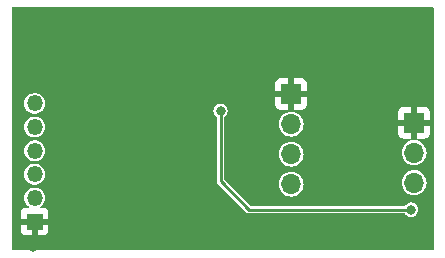
<source format=gbr>
%TF.GenerationSoftware,KiCad,Pcbnew,7.0.6-1.fc38*%
%TF.CreationDate,2023-08-14T18:07:14+02:00*%
%TF.ProjectId,ESP12F_INSPIRE_WIFI,45535031-3246-45f4-994e-53504952455f,rev?*%
%TF.SameCoordinates,Original*%
%TF.FileFunction,Copper,L2,Bot*%
%TF.FilePolarity,Positive*%
%FSLAX46Y46*%
G04 Gerber Fmt 4.6, Leading zero omitted, Abs format (unit mm)*
G04 Created by KiCad (PCBNEW 7.0.6-1.fc38) date 2023-08-14 18:07:14*
%MOMM*%
%LPD*%
G01*
G04 APERTURE LIST*
%TA.AperFunction,ComponentPad*%
%ADD10R,1.700000X1.700000*%
%TD*%
%TA.AperFunction,ComponentPad*%
%ADD11O,1.700000X1.700000*%
%TD*%
%TA.AperFunction,ComponentPad*%
%ADD12R,1.350000X1.350000*%
%TD*%
%TA.AperFunction,ComponentPad*%
%ADD13O,1.350000X1.350000*%
%TD*%
%TA.AperFunction,ViaPad*%
%ADD14C,0.800000*%
%TD*%
%TA.AperFunction,Conductor*%
%ADD15C,0.250000*%
%TD*%
G04 APERTURE END LIST*
D10*
%TO.P,J3,1,Pin_1*%
%TO.N,GND*%
X135636000Y-71755000D03*
D11*
%TO.P,J3,2,Pin_2*%
%TO.N,3V3*%
X135636000Y-74295000D03*
%TO.P,J3,3,Pin_3*%
%TO.N,SW_SIG*%
X135636000Y-76835000D03*
%TD*%
D12*
%TO.P,J2,1,Pin_1*%
%TO.N,GND*%
X103505000Y-80136000D03*
D13*
%TO.P,J2,2,Pin_2*%
%TO.N,TXD*%
X103505000Y-78136000D03*
%TO.P,J2,3,Pin_3*%
%TO.N,RXD*%
X103505000Y-76136000D03*
%TO.P,J2,4,Pin_4*%
%TO.N,PRG*%
X103505000Y-74136000D03*
%TO.P,J2,5,Pin_5*%
%TO.N,RST*%
X103505000Y-72136000D03*
%TO.P,J2,6,Pin_6*%
%TO.N,3V3*%
X103505000Y-70136000D03*
%TD*%
D10*
%TO.P,J1,1,Pin_1*%
%TO.N,GND*%
X125222000Y-69342000D03*
D11*
%TO.P,J1,2,Pin_2*%
%TO.N,3V3*%
X125222000Y-71882000D03*
%TO.P,J1,3,Pin_3*%
%TO.N,PWM1*%
X125222000Y-74422000D03*
%TO.P,J1,4,Pin_4*%
%TO.N,PWM2*%
X125222000Y-76962000D03*
%TD*%
D14*
%TO.N,GND*%
X114554000Y-63246000D03*
X103378000Y-82296000D03*
X106680000Y-64008000D03*
X123444000Y-64008000D03*
X112522000Y-81788000D03*
X109220000Y-68580000D03*
X119126000Y-69088000D03*
X112522000Y-68834000D03*
%TO.N,SW_SIG*%
X135382000Y-79121000D03*
X119253000Y-70739000D03*
%TD*%
D15*
%TO.N,GND*%
X119380000Y-64225000D02*
X119380000Y-68834000D01*
X103378000Y-82296000D02*
X106307222Y-82296000D01*
X103632000Y-82296000D02*
X103378000Y-82296000D01*
X112051000Y-64696000D02*
X112051000Y-68617000D01*
X106307222Y-82296000D02*
X106815222Y-81788000D01*
X112522000Y-64225000D02*
X112051000Y-64696000D01*
X114554000Y-64225000D02*
X112522000Y-64225000D01*
X109220000Y-68580000D02*
X109220000Y-68326000D01*
X109220000Y-64225000D02*
X106897000Y-64225000D01*
X114554000Y-64225000D02*
X114554000Y-63246000D01*
X106680000Y-64008000D02*
X106684652Y-64012652D01*
X109220000Y-64225000D02*
X109220000Y-68580000D01*
X106815222Y-81788000D02*
X112305000Y-81788000D01*
X106680000Y-81923222D02*
X106680000Y-64008000D01*
X114554000Y-63246000D02*
X114554000Y-63500000D01*
X112051000Y-68617000D02*
X112263348Y-68829348D01*
X106897000Y-64225000D02*
X106680000Y-64008000D01*
X119380000Y-68834000D02*
X119126000Y-69088000D01*
X123444000Y-64008000D02*
X123227000Y-64225000D01*
X123227000Y-64225000D02*
X119380000Y-64225000D01*
X119380000Y-64225000D02*
X114554000Y-64225000D01*
X112522000Y-64225000D02*
X109220000Y-64225000D01*
X106307222Y-82296000D02*
X106680000Y-81923222D01*
%TO.N,SW_SIG*%
X119253000Y-76708000D02*
X119253000Y-70739000D01*
X121666000Y-79121000D02*
X119253000Y-76708000D01*
X135382000Y-79121000D02*
X121666000Y-79121000D01*
%TD*%
%TA.AperFunction,Conductor*%
%TO.N,GND*%
G36*
X137269219Y-61993781D02*
G01*
X137286500Y-62035500D01*
X137286500Y-82491000D01*
X137269219Y-82532719D01*
X137227500Y-82550000D01*
X101659500Y-82550000D01*
X101617781Y-82532719D01*
X101600500Y-82491000D01*
X101600500Y-80858835D01*
X102330000Y-80858835D01*
X102336402Y-80918375D01*
X102336403Y-80918381D01*
X102386647Y-81053090D01*
X102472811Y-81168188D01*
X102587909Y-81254352D01*
X102722618Y-81304596D01*
X102722624Y-81304597D01*
X102782164Y-81310999D01*
X102782178Y-81311000D01*
X103255000Y-81311000D01*
X103255000Y-80451686D01*
X103266955Y-80463641D01*
X103379852Y-80521165D01*
X103473519Y-80536000D01*
X103536481Y-80536000D01*
X103630148Y-80521165D01*
X103743045Y-80463641D01*
X103755000Y-80451686D01*
X103755000Y-81311000D01*
X104227822Y-81311000D01*
X104227835Y-81310999D01*
X104287375Y-81304597D01*
X104287381Y-81304596D01*
X104422090Y-81254352D01*
X104537188Y-81168188D01*
X104623352Y-81053090D01*
X104673596Y-80918381D01*
X104673597Y-80918375D01*
X104679999Y-80858835D01*
X104680000Y-80858821D01*
X104680000Y-80386000D01*
X103820686Y-80386000D01*
X103832641Y-80374045D01*
X103890165Y-80261148D01*
X103909986Y-80136000D01*
X103890165Y-80010852D01*
X103832641Y-79897955D01*
X103820686Y-79886000D01*
X104680000Y-79886000D01*
X104680000Y-79413178D01*
X104679999Y-79413164D01*
X104673597Y-79353624D01*
X104673596Y-79353618D01*
X104623352Y-79218909D01*
X104537188Y-79103811D01*
X104422090Y-79017647D01*
X104287381Y-78967403D01*
X104287375Y-78967402D01*
X104227835Y-78961000D01*
X104040557Y-78961000D01*
X103998838Y-78943719D01*
X103981557Y-78902000D01*
X103998838Y-78860281D01*
X104005878Y-78854268D01*
X104055577Y-78818159D01*
X104094050Y-78790207D01*
X104217195Y-78653440D01*
X104309214Y-78494059D01*
X104366085Y-78319029D01*
X104385322Y-78136000D01*
X104366085Y-77952971D01*
X104366085Y-77952969D01*
X104309217Y-77777948D01*
X104309215Y-77777944D01*
X104309214Y-77777941D01*
X104217195Y-77618560D01*
X104094050Y-77481793D01*
X104094048Y-77481792D01*
X104094046Y-77481789D01*
X104094044Y-77481788D01*
X103945163Y-77373620D01*
X103945152Y-77373614D01*
X103777038Y-77298765D01*
X103777037Y-77298764D01*
X103597019Y-77260500D01*
X103412981Y-77260500D01*
X103232962Y-77298764D01*
X103232961Y-77298765D01*
X103064847Y-77373614D01*
X103064836Y-77373620D01*
X102915955Y-77481788D01*
X102915953Y-77481789D01*
X102792804Y-77618560D01*
X102792804Y-77618561D01*
X102700787Y-77777939D01*
X102700782Y-77777948D01*
X102643914Y-77952969D01*
X102624678Y-78136000D01*
X102643914Y-78319030D01*
X102700782Y-78494051D01*
X102700785Y-78494057D01*
X102700786Y-78494059D01*
X102759909Y-78596463D01*
X102792804Y-78653438D01*
X102792804Y-78653439D01*
X102915953Y-78790210D01*
X102915955Y-78790211D01*
X103004122Y-78854268D01*
X103027717Y-78892770D01*
X103017175Y-78936679D01*
X102978673Y-78960274D01*
X102969443Y-78961000D01*
X102782164Y-78961000D01*
X102722624Y-78967402D01*
X102722618Y-78967403D01*
X102587909Y-79017647D01*
X102472811Y-79103811D01*
X102386647Y-79218909D01*
X102336403Y-79353618D01*
X102336402Y-79353624D01*
X102330000Y-79413164D01*
X102330000Y-79886000D01*
X103189314Y-79886000D01*
X103177359Y-79897955D01*
X103119835Y-80010852D01*
X103100014Y-80136000D01*
X103119835Y-80261148D01*
X103177359Y-80374045D01*
X103189314Y-80386000D01*
X102330000Y-80386000D01*
X102330000Y-80858835D01*
X101600500Y-80858835D01*
X101600500Y-76135999D01*
X102624678Y-76135999D01*
X102643914Y-76319030D01*
X102700782Y-76494051D01*
X102700785Y-76494057D01*
X102700786Y-76494059D01*
X102792805Y-76653440D01*
X102885209Y-76756066D01*
X102915953Y-76790210D01*
X102915955Y-76790211D01*
X103042288Y-76881997D01*
X103064839Y-76898381D01*
X103064842Y-76898382D01*
X103064847Y-76898385D01*
X103232961Y-76973234D01*
X103232962Y-76973235D01*
X103232965Y-76973235D01*
X103232966Y-76973236D01*
X103412981Y-77011500D01*
X103597019Y-77011500D01*
X103777034Y-76973236D01*
X103777035Y-76973235D01*
X103777037Y-76973235D01*
X103777038Y-76973234D01*
X103802273Y-76961999D01*
X103945161Y-76898381D01*
X104094050Y-76790207D01*
X104217195Y-76653440D01*
X104309214Y-76494059D01*
X104329689Y-76431046D01*
X104366085Y-76319030D01*
X104373492Y-76248551D01*
X104385322Y-76136000D01*
X104366542Y-75957315D01*
X104366085Y-75952969D01*
X104309217Y-75777948D01*
X104309215Y-75777944D01*
X104309214Y-75777941D01*
X104217195Y-75618560D01*
X104094050Y-75481793D01*
X104094048Y-75481792D01*
X104094046Y-75481789D01*
X104094044Y-75481788D01*
X103945163Y-75373620D01*
X103945152Y-75373614D01*
X103777038Y-75298765D01*
X103777037Y-75298764D01*
X103597019Y-75260500D01*
X103412981Y-75260500D01*
X103232962Y-75298764D01*
X103232961Y-75298765D01*
X103064847Y-75373614D01*
X103064836Y-75373620D01*
X102915955Y-75481788D01*
X102915953Y-75481789D01*
X102792804Y-75618560D01*
X102792804Y-75618561D01*
X102700787Y-75777939D01*
X102700782Y-75777948D01*
X102643914Y-75952969D01*
X102624678Y-76135999D01*
X101600500Y-76135999D01*
X101600500Y-74136000D01*
X102624678Y-74136000D01*
X102643914Y-74319030D01*
X102700782Y-74494051D01*
X102700785Y-74494057D01*
X102700786Y-74494059D01*
X102778077Y-74627930D01*
X102792804Y-74653438D01*
X102792804Y-74653439D01*
X102915953Y-74790210D01*
X102915955Y-74790211D01*
X103041535Y-74881450D01*
X103064839Y-74898381D01*
X103064842Y-74898382D01*
X103064847Y-74898385D01*
X103232961Y-74973234D01*
X103232962Y-74973235D01*
X103232965Y-74973235D01*
X103232966Y-74973236D01*
X103412981Y-75011500D01*
X103597019Y-75011500D01*
X103777034Y-74973236D01*
X103777035Y-74973235D01*
X103777037Y-74973235D01*
X103777038Y-74973234D01*
X103945152Y-74898385D01*
X103945151Y-74898385D01*
X103945161Y-74898381D01*
X104094050Y-74790207D01*
X104217195Y-74653440D01*
X104309214Y-74494059D01*
X104366085Y-74319029D01*
X104385322Y-74136000D01*
X104366085Y-73952971D01*
X104366085Y-73952969D01*
X104309217Y-73777948D01*
X104309215Y-73777944D01*
X104309214Y-73777941D01*
X104217195Y-73618560D01*
X104094050Y-73481793D01*
X104094048Y-73481792D01*
X104094046Y-73481789D01*
X104094044Y-73481788D01*
X103945163Y-73373620D01*
X103945152Y-73373614D01*
X103777038Y-73298765D01*
X103777037Y-73298764D01*
X103597019Y-73260500D01*
X103412981Y-73260500D01*
X103232962Y-73298764D01*
X103232961Y-73298765D01*
X103064847Y-73373614D01*
X103064836Y-73373620D01*
X102915955Y-73481788D01*
X102915953Y-73481789D01*
X102792804Y-73618560D01*
X102792804Y-73618561D01*
X102700787Y-73777939D01*
X102700782Y-73777948D01*
X102643914Y-73952969D01*
X102624678Y-74136000D01*
X101600500Y-74136000D01*
X101600500Y-72135999D01*
X102624678Y-72135999D01*
X102643914Y-72319030D01*
X102700782Y-72494051D01*
X102700785Y-72494057D01*
X102700786Y-72494059D01*
X102792805Y-72653440D01*
X102845875Y-72712381D01*
X102915953Y-72790210D01*
X102915955Y-72790211D01*
X102994243Y-72847090D01*
X103064839Y-72898381D01*
X103064842Y-72898382D01*
X103064847Y-72898385D01*
X103232961Y-72973234D01*
X103232962Y-72973235D01*
X103232965Y-72973235D01*
X103232966Y-72973236D01*
X103412981Y-73011500D01*
X103597019Y-73011500D01*
X103777034Y-72973236D01*
X103777035Y-72973235D01*
X103777037Y-72973235D01*
X103777038Y-72973234D01*
X103945152Y-72898385D01*
X103945151Y-72898385D01*
X103945161Y-72898381D01*
X104094050Y-72790207D01*
X104217195Y-72653440D01*
X104309214Y-72494059D01*
X104366085Y-72319029D01*
X104385322Y-72136000D01*
X104366085Y-71952971D01*
X104366085Y-71952969D01*
X104309217Y-71777948D01*
X104309215Y-71777944D01*
X104309214Y-71777941D01*
X104217195Y-71618560D01*
X104094050Y-71481793D01*
X104094048Y-71481792D01*
X104094046Y-71481789D01*
X104094044Y-71481788D01*
X103945163Y-71373620D01*
X103945152Y-71373614D01*
X103777038Y-71298765D01*
X103777037Y-71298764D01*
X103597019Y-71260500D01*
X103412981Y-71260500D01*
X103232962Y-71298764D01*
X103232961Y-71298765D01*
X103064847Y-71373614D01*
X103064836Y-71373620D01*
X102915955Y-71481788D01*
X102915953Y-71481789D01*
X102792804Y-71618560D01*
X102792804Y-71618561D01*
X102700787Y-71777939D01*
X102700782Y-71777948D01*
X102643914Y-71952969D01*
X102624678Y-72135999D01*
X101600500Y-72135999D01*
X101600500Y-70136000D01*
X102624678Y-70136000D01*
X102643914Y-70319030D01*
X102700782Y-70494051D01*
X102700785Y-70494057D01*
X102700786Y-70494059D01*
X102792805Y-70653440D01*
X102869841Y-70738998D01*
X102915953Y-70790210D01*
X102915955Y-70790211D01*
X103061234Y-70895762D01*
X103064839Y-70898381D01*
X103064842Y-70898382D01*
X103064847Y-70898385D01*
X103232961Y-70973234D01*
X103232962Y-70973235D01*
X103232965Y-70973235D01*
X103232966Y-70973236D01*
X103412981Y-71011500D01*
X103597019Y-71011500D01*
X103777034Y-70973236D01*
X103777035Y-70973235D01*
X103777037Y-70973235D01*
X103777038Y-70973234D01*
X103945152Y-70898385D01*
X103945151Y-70898385D01*
X103945161Y-70898381D01*
X104094050Y-70790207D01*
X104140156Y-70739001D01*
X118647318Y-70739001D01*
X118667956Y-70895764D01*
X118728463Y-71041840D01*
X118824719Y-71167283D01*
X118904416Y-71228436D01*
X118926995Y-71267542D01*
X118927500Y-71275244D01*
X118927500Y-76692502D01*
X118927388Y-76695057D01*
X118924105Y-76732584D01*
X118923736Y-76736806D01*
X118923736Y-76736807D01*
X118934579Y-76777279D01*
X118935136Y-76779790D01*
X118942411Y-76821040D01*
X118942413Y-76821047D01*
X118945797Y-76826908D01*
X118951690Y-76841133D01*
X118953445Y-76847683D01*
X118953446Y-76847685D01*
X118977472Y-76881997D01*
X118978855Y-76884169D01*
X118990768Y-76904802D01*
X118999806Y-76920455D01*
X119021490Y-76938650D01*
X119031910Y-76947394D01*
X119033796Y-76949122D01*
X121424886Y-79340213D01*
X121426615Y-79342101D01*
X121453543Y-79374192D01*
X121453545Y-79374194D01*
X121489468Y-79394934D01*
X121489830Y-79395143D01*
X121492001Y-79396527D01*
X121513197Y-79411368D01*
X121526316Y-79420554D01*
X121531307Y-79421891D01*
X121532855Y-79422306D01*
X121547090Y-79428202D01*
X121552952Y-79431587D01*
X121552953Y-79431587D01*
X121552955Y-79431588D01*
X121574055Y-79435308D01*
X121594208Y-79438862D01*
X121596722Y-79439419D01*
X121606493Y-79442036D01*
X121637193Y-79450263D01*
X121675511Y-79446910D01*
X121678928Y-79446612D01*
X121681500Y-79446500D01*
X134845755Y-79446500D01*
X134887474Y-79463781D01*
X134892563Y-79469583D01*
X134953717Y-79549282D01*
X135079159Y-79645536D01*
X135225236Y-79706043D01*
X135225238Y-79706044D01*
X135325968Y-79719305D01*
X135381998Y-79726682D01*
X135382000Y-79726682D01*
X135382002Y-79726682D01*
X135423278Y-79721247D01*
X135538762Y-79706044D01*
X135684841Y-79645536D01*
X135810282Y-79549282D01*
X135906536Y-79423841D01*
X135967044Y-79277762D01*
X135987682Y-79121000D01*
X135967044Y-78964238D01*
X135906536Y-78818159D01*
X135871437Y-78772417D01*
X135810282Y-78692717D01*
X135684840Y-78596463D01*
X135538763Y-78535956D01*
X135538765Y-78535956D01*
X135382002Y-78515318D01*
X135381998Y-78515318D01*
X135225235Y-78535956D01*
X135079159Y-78596463D01*
X134953717Y-78692717D01*
X134892563Y-78772417D01*
X134853456Y-78794995D01*
X134845755Y-78795500D01*
X121825265Y-78795500D01*
X121783546Y-78778219D01*
X119967327Y-76962000D01*
X124166417Y-76962000D01*
X124167524Y-76973235D01*
X124186699Y-77167930D01*
X124186699Y-77167932D01*
X124186700Y-77167934D01*
X124246768Y-77365954D01*
X124246769Y-77365957D01*
X124246770Y-77365958D01*
X124344313Y-77548448D01*
X124475589Y-77708410D01*
X124635551Y-77839686D01*
X124692826Y-77870300D01*
X124818046Y-77937232D01*
X125016066Y-77997300D01*
X125222000Y-78017583D01*
X125427934Y-77997300D01*
X125625954Y-77937232D01*
X125808450Y-77839685D01*
X125968410Y-77708410D01*
X126099685Y-77548450D01*
X126197232Y-77365954D01*
X126257300Y-77167934D01*
X126277583Y-76962000D01*
X126265074Y-76835000D01*
X134580417Y-76835000D01*
X134600699Y-77040930D01*
X134600699Y-77040932D01*
X134600700Y-77040934D01*
X134660768Y-77238954D01*
X134660769Y-77238957D01*
X134660770Y-77238958D01*
X134758313Y-77421448D01*
X134889589Y-77581410D01*
X135049551Y-77712686D01*
X135156683Y-77769949D01*
X135232046Y-77810232D01*
X135430066Y-77870300D01*
X135636000Y-77890583D01*
X135841934Y-77870300D01*
X136039954Y-77810232D01*
X136222450Y-77712685D01*
X136382410Y-77581410D01*
X136513685Y-77421450D01*
X136611232Y-77238954D01*
X136671300Y-77040934D01*
X136691583Y-76835000D01*
X136671300Y-76629066D01*
X136611232Y-76431046D01*
X136513685Y-76248550D01*
X136486635Y-76215589D01*
X136382410Y-76088589D01*
X136222448Y-75957313D01*
X136039958Y-75859770D01*
X136039957Y-75859769D01*
X136039954Y-75859768D01*
X135841934Y-75799700D01*
X135841932Y-75799699D01*
X135841930Y-75799699D01*
X135636000Y-75779417D01*
X135430069Y-75799699D01*
X135430065Y-75799700D01*
X135430066Y-75799700D01*
X135232046Y-75859768D01*
X135232043Y-75859769D01*
X135232041Y-75859770D01*
X135049551Y-75957313D01*
X134889589Y-76088589D01*
X134758313Y-76248551D01*
X134660770Y-76431041D01*
X134660769Y-76431043D01*
X134660768Y-76431046D01*
X134617655Y-76573173D01*
X134600699Y-76629069D01*
X134580417Y-76835000D01*
X126265074Y-76835000D01*
X126257300Y-76756066D01*
X126197232Y-76558046D01*
X126156949Y-76482683D01*
X126099686Y-76375551D01*
X125968410Y-76215589D01*
X125808448Y-76084313D01*
X125625958Y-75986770D01*
X125625957Y-75986769D01*
X125625954Y-75986768D01*
X125427934Y-75926700D01*
X125427932Y-75926699D01*
X125427930Y-75926699D01*
X125250788Y-75909252D01*
X125222000Y-75906417D01*
X125221999Y-75906417D01*
X125016069Y-75926699D01*
X125016065Y-75926700D01*
X125016066Y-75926700D01*
X124818046Y-75986768D01*
X124818043Y-75986769D01*
X124818041Y-75986770D01*
X124635551Y-76084313D01*
X124475589Y-76215589D01*
X124344313Y-76375551D01*
X124246770Y-76558041D01*
X124246769Y-76558043D01*
X124246768Y-76558046D01*
X124217831Y-76653439D01*
X124186699Y-76756069D01*
X124167775Y-76948215D01*
X124166417Y-76962000D01*
X119967327Y-76962000D01*
X119595781Y-76590454D01*
X119578500Y-76548735D01*
X119578500Y-74422000D01*
X124166417Y-74422000D01*
X124186699Y-74627930D01*
X124186699Y-74627932D01*
X124186700Y-74627934D01*
X124246768Y-74825954D01*
X124246769Y-74825957D01*
X124246770Y-74825958D01*
X124344313Y-75008448D01*
X124475589Y-75168410D01*
X124635551Y-75299686D01*
X124692826Y-75330300D01*
X124818046Y-75397232D01*
X125016066Y-75457300D01*
X125222000Y-75477583D01*
X125427934Y-75457300D01*
X125625954Y-75397232D01*
X125808450Y-75299685D01*
X125968410Y-75168410D01*
X126099685Y-75008450D01*
X126197232Y-74825954D01*
X126257300Y-74627934D01*
X126277583Y-74422000D01*
X126265074Y-74295000D01*
X134580417Y-74295000D01*
X134600699Y-74500930D01*
X134600699Y-74500932D01*
X134600700Y-74500934D01*
X134660768Y-74698954D01*
X134660769Y-74698957D01*
X134660770Y-74698958D01*
X134758313Y-74881448D01*
X134889589Y-75041410D01*
X135049551Y-75172686D01*
X135156683Y-75229949D01*
X135232046Y-75270232D01*
X135430066Y-75330300D01*
X135636000Y-75350583D01*
X135841934Y-75330300D01*
X136039954Y-75270232D01*
X136222450Y-75172685D01*
X136382410Y-75041410D01*
X136513685Y-74881450D01*
X136611232Y-74698954D01*
X136671300Y-74500934D01*
X136691583Y-74295000D01*
X136671300Y-74089066D01*
X136611232Y-73891046D01*
X136513685Y-73708550D01*
X136486635Y-73675589D01*
X136382410Y-73548589D01*
X136222448Y-73417313D01*
X136039958Y-73319770D01*
X136039957Y-73319769D01*
X136039954Y-73319768D01*
X135841934Y-73259700D01*
X135841932Y-73259699D01*
X135841930Y-73259699D01*
X135636000Y-73239417D01*
X135430069Y-73259699D01*
X135398989Y-73269126D01*
X135232046Y-73319768D01*
X135232043Y-73319769D01*
X135232041Y-73319770D01*
X135049551Y-73417313D01*
X134889589Y-73548589D01*
X134758313Y-73708551D01*
X134660770Y-73891041D01*
X134660769Y-73891043D01*
X134660768Y-73891046D01*
X134610126Y-74057989D01*
X134600699Y-74089069D01*
X134580417Y-74295000D01*
X126265074Y-74295000D01*
X126257300Y-74216066D01*
X126197232Y-74018046D01*
X126156949Y-73942683D01*
X126099686Y-73835551D01*
X125968410Y-73675589D01*
X125808448Y-73544313D01*
X125625958Y-73446770D01*
X125625957Y-73446769D01*
X125625954Y-73446768D01*
X125427934Y-73386700D01*
X125427932Y-73386699D01*
X125427930Y-73386699D01*
X125250788Y-73369252D01*
X125222000Y-73366417D01*
X125221999Y-73366417D01*
X125016069Y-73386699D01*
X125016065Y-73386700D01*
X125016066Y-73386700D01*
X124818046Y-73446768D01*
X124818043Y-73446769D01*
X124818041Y-73446770D01*
X124635551Y-73544313D01*
X124475589Y-73675589D01*
X124344313Y-73835551D01*
X124246770Y-74018041D01*
X124246769Y-74018043D01*
X124246768Y-74018046D01*
X124196126Y-74184989D01*
X124186699Y-74216069D01*
X124166417Y-74422000D01*
X119578500Y-74422000D01*
X119578500Y-71881999D01*
X124166417Y-71881999D01*
X124186699Y-72087930D01*
X124186699Y-72087932D01*
X124186700Y-72087934D01*
X124246768Y-72285954D01*
X124246769Y-72285957D01*
X124246770Y-72285958D01*
X124344313Y-72468448D01*
X124475589Y-72628410D01*
X124635551Y-72759686D01*
X124742683Y-72816949D01*
X124818046Y-72857232D01*
X125016066Y-72917300D01*
X125222000Y-72937583D01*
X125427934Y-72917300D01*
X125625954Y-72857232D01*
X125808450Y-72759685D01*
X125938648Y-72652835D01*
X134286000Y-72652835D01*
X134292402Y-72712375D01*
X134292403Y-72712381D01*
X134342647Y-72847090D01*
X134428811Y-72962188D01*
X134543909Y-73048352D01*
X134678618Y-73098596D01*
X134678624Y-73098597D01*
X134738164Y-73104999D01*
X134738178Y-73105000D01*
X135386000Y-73105000D01*
X135386000Y-72190501D01*
X135493685Y-72239680D01*
X135600237Y-72255000D01*
X135671763Y-72255000D01*
X135778315Y-72239680D01*
X135886000Y-72190501D01*
X135886000Y-73105000D01*
X136533822Y-73105000D01*
X136533835Y-73104999D01*
X136593375Y-73098597D01*
X136593381Y-73098596D01*
X136728090Y-73048352D01*
X136843188Y-72962188D01*
X136929352Y-72847090D01*
X136979596Y-72712381D01*
X136979597Y-72712375D01*
X136985999Y-72652835D01*
X136986000Y-72652821D01*
X136986000Y-72005000D01*
X136069686Y-72005000D01*
X136095493Y-71964844D01*
X136136000Y-71826889D01*
X136136000Y-71683111D01*
X136095493Y-71545156D01*
X136069686Y-71505000D01*
X136986000Y-71505000D01*
X136986000Y-70857178D01*
X136985999Y-70857164D01*
X136979597Y-70797624D01*
X136979596Y-70797618D01*
X136929352Y-70662909D01*
X136843188Y-70547811D01*
X136728090Y-70461647D01*
X136593381Y-70411403D01*
X136593375Y-70411402D01*
X136533835Y-70405000D01*
X135886000Y-70405000D01*
X135886000Y-71319498D01*
X135778315Y-71270320D01*
X135671763Y-71255000D01*
X135600237Y-71255000D01*
X135493685Y-71270320D01*
X135386000Y-71319498D01*
X135386000Y-70405000D01*
X134738164Y-70405000D01*
X134678624Y-70411402D01*
X134678618Y-70411403D01*
X134543909Y-70461647D01*
X134428811Y-70547811D01*
X134342647Y-70662909D01*
X134292403Y-70797618D01*
X134292402Y-70797624D01*
X134286000Y-70857164D01*
X134286000Y-71505000D01*
X135202314Y-71505000D01*
X135176507Y-71545156D01*
X135136000Y-71683111D01*
X135136000Y-71826889D01*
X135176507Y-71964844D01*
X135202314Y-72005000D01*
X134286000Y-72005000D01*
X134286000Y-72652835D01*
X125938648Y-72652835D01*
X125968410Y-72628410D01*
X126099685Y-72468450D01*
X126197232Y-72285954D01*
X126257300Y-72087934D01*
X126277583Y-71882000D01*
X126257300Y-71676066D01*
X126197232Y-71478046D01*
X126141414Y-71373619D01*
X126099686Y-71295551D01*
X125968410Y-71135589D01*
X125808448Y-71004313D01*
X125625958Y-70906770D01*
X125625957Y-70906769D01*
X125625954Y-70906768D01*
X125427934Y-70846700D01*
X125427932Y-70846699D01*
X125427930Y-70846699D01*
X125250788Y-70829252D01*
X125222000Y-70826417D01*
X125221999Y-70826417D01*
X125016069Y-70846699D01*
X125016065Y-70846700D01*
X125016066Y-70846700D01*
X124818046Y-70906768D01*
X124818043Y-70906769D01*
X124818041Y-70906770D01*
X124635551Y-71004313D01*
X124475589Y-71135589D01*
X124344313Y-71295551D01*
X124246770Y-71478041D01*
X124246769Y-71478043D01*
X124246768Y-71478046D01*
X124238592Y-71505000D01*
X124186699Y-71676069D01*
X124166417Y-71881999D01*
X119578500Y-71881999D01*
X119578500Y-71275244D01*
X119595781Y-71233525D01*
X119601584Y-71228436D01*
X119681282Y-71167282D01*
X119777536Y-71041841D01*
X119838044Y-70895762D01*
X119858682Y-70739000D01*
X119838044Y-70582238D01*
X119801519Y-70494060D01*
X119777536Y-70436159D01*
X119681282Y-70310717D01*
X119588906Y-70239835D01*
X123872000Y-70239835D01*
X123878402Y-70299375D01*
X123878403Y-70299381D01*
X123928647Y-70434090D01*
X124014811Y-70549188D01*
X124129909Y-70635352D01*
X124264618Y-70685596D01*
X124264624Y-70685597D01*
X124324164Y-70691999D01*
X124324178Y-70692000D01*
X124972000Y-70692000D01*
X124972000Y-69777501D01*
X125079685Y-69826680D01*
X125186237Y-69842000D01*
X125257763Y-69842000D01*
X125364315Y-69826680D01*
X125472000Y-69777501D01*
X125472000Y-70692000D01*
X126119822Y-70692000D01*
X126119835Y-70691999D01*
X126179375Y-70685597D01*
X126179381Y-70685596D01*
X126314090Y-70635352D01*
X126429188Y-70549188D01*
X126515352Y-70434090D01*
X126565596Y-70299381D01*
X126565597Y-70299375D01*
X126571999Y-70239835D01*
X126572000Y-70239821D01*
X126572000Y-69592000D01*
X125655686Y-69592000D01*
X125681493Y-69551844D01*
X125722000Y-69413889D01*
X125722000Y-69270111D01*
X125681493Y-69132156D01*
X125655686Y-69092000D01*
X126572000Y-69092000D01*
X126572000Y-68444178D01*
X126571999Y-68444164D01*
X126565597Y-68384624D01*
X126565596Y-68384618D01*
X126515352Y-68249909D01*
X126429188Y-68134811D01*
X126314090Y-68048647D01*
X126179381Y-67998403D01*
X126179375Y-67998402D01*
X126119835Y-67992000D01*
X125472000Y-67992000D01*
X125472000Y-68906498D01*
X125364315Y-68857320D01*
X125257763Y-68842000D01*
X125186237Y-68842000D01*
X125079685Y-68857320D01*
X124972000Y-68906498D01*
X124972000Y-67992000D01*
X124324164Y-67992000D01*
X124264624Y-67998402D01*
X124264618Y-67998403D01*
X124129909Y-68048647D01*
X124014811Y-68134811D01*
X123928647Y-68249909D01*
X123878403Y-68384618D01*
X123878402Y-68384624D01*
X123872000Y-68444164D01*
X123872000Y-69092000D01*
X124788314Y-69092000D01*
X124762507Y-69132156D01*
X124722000Y-69270111D01*
X124722000Y-69413889D01*
X124762507Y-69551844D01*
X124788314Y-69592000D01*
X123872000Y-69592000D01*
X123872000Y-70239835D01*
X119588906Y-70239835D01*
X119555840Y-70214463D01*
X119409763Y-70153956D01*
X119409765Y-70153956D01*
X119253002Y-70133318D01*
X119252998Y-70133318D01*
X119096235Y-70153956D01*
X118950159Y-70214463D01*
X118824717Y-70310717D01*
X118728463Y-70436159D01*
X118667956Y-70582235D01*
X118647318Y-70738998D01*
X118647318Y-70739001D01*
X104140156Y-70739001D01*
X104217195Y-70653440D01*
X104309214Y-70494059D01*
X104319746Y-70461647D01*
X104366085Y-70319030D01*
X104368151Y-70299375D01*
X104385322Y-70136000D01*
X104366085Y-69952971D01*
X104366085Y-69952969D01*
X104309217Y-69777948D01*
X104309215Y-69777944D01*
X104309214Y-69777941D01*
X104217195Y-69618560D01*
X104094050Y-69481793D01*
X104094048Y-69481792D01*
X104094046Y-69481789D01*
X104094044Y-69481788D01*
X103945163Y-69373620D01*
X103945152Y-69373614D01*
X103777038Y-69298765D01*
X103777037Y-69298764D01*
X103597019Y-69260500D01*
X103412981Y-69260500D01*
X103232962Y-69298764D01*
X103232961Y-69298765D01*
X103064847Y-69373614D01*
X103064836Y-69373620D01*
X102915955Y-69481788D01*
X102915953Y-69481789D01*
X102792804Y-69618560D01*
X102792804Y-69618561D01*
X102700787Y-69777939D01*
X102700782Y-69777948D01*
X102643914Y-69952969D01*
X102624678Y-70136000D01*
X101600500Y-70136000D01*
X101600500Y-62035500D01*
X101617781Y-61993781D01*
X101659500Y-61976500D01*
X137227500Y-61976500D01*
X137269219Y-61993781D01*
G37*
%TD.AperFunction*%
%TD*%
M02*

</source>
